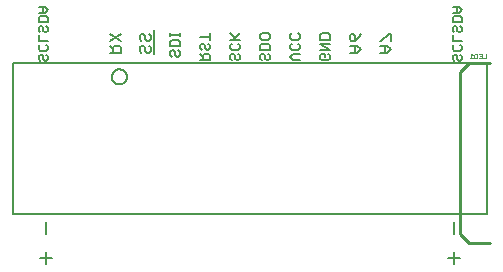
<source format=gbr>
G04 EAGLE Gerber RS-274X export*
G75*
%MOMM*%
%FSLAX34Y34*%
%LPD*%
%INSilkscreen Bottom*%
%IPPOS*%
%AMOC8*
5,1,8,0,0,1.08239X$1,22.5*%
G01*
%ADD10C,0.152400*%
%ADD11C,0.254000*%
%ADD12C,0.127000*%
%ADD13C,0.203200*%
%ADD14C,0.025400*%


D10*
X245244Y180541D02*
X239990Y180541D01*
X237363Y183168D01*
X239990Y185795D01*
X245244Y185795D01*
X245244Y193135D02*
X243930Y194449D01*
X245244Y193135D02*
X245244Y190508D01*
X243930Y189195D01*
X238676Y189195D01*
X237363Y190508D01*
X237363Y193135D01*
X238676Y194449D01*
X245244Y201789D02*
X243930Y203102D01*
X245244Y201789D02*
X245244Y199162D01*
X243930Y197848D01*
X238676Y197848D01*
X237363Y199162D01*
X237363Y201789D01*
X238676Y203102D01*
X269330Y185795D02*
X270644Y184482D01*
X270644Y181855D01*
X269330Y180541D01*
X264076Y180541D01*
X262763Y181855D01*
X262763Y184482D01*
X264076Y185795D01*
X266703Y185795D01*
X266703Y183168D01*
X262763Y189195D02*
X270644Y189195D01*
X262763Y194449D01*
X270644Y194449D01*
X270644Y197848D02*
X262763Y197848D01*
X262763Y201789D01*
X264076Y203102D01*
X269330Y203102D01*
X270644Y201789D01*
X270644Y197848D01*
X93543Y186622D02*
X84265Y186622D01*
X93543Y186622D02*
X93543Y191262D01*
X91997Y192808D01*
X88904Y192808D01*
X87357Y191262D01*
X87357Y186622D01*
X87357Y189715D02*
X84265Y192808D01*
X84265Y202748D02*
X93543Y196562D01*
X93543Y202748D02*
X84265Y196562D01*
X121984Y205740D02*
X121984Y185860D01*
X118943Y191262D02*
X117397Y192808D01*
X118943Y191262D02*
X118943Y188169D01*
X117397Y186622D01*
X115850Y186622D01*
X114304Y188169D01*
X114304Y191262D01*
X112757Y192808D01*
X111211Y192808D01*
X109665Y191262D01*
X109665Y188169D01*
X111211Y186622D01*
X118943Y201202D02*
X117397Y202748D01*
X118943Y201202D02*
X118943Y198109D01*
X117397Y196562D01*
X115850Y196562D01*
X114304Y198109D01*
X114304Y201202D01*
X112757Y202748D01*
X111211Y202748D01*
X109665Y201202D01*
X109665Y198109D01*
X111211Y196562D01*
X142330Y188680D02*
X143644Y187366D01*
X143644Y184739D01*
X142330Y183426D01*
X141017Y183426D01*
X139703Y184739D01*
X139703Y187366D01*
X138390Y188680D01*
X137076Y188680D01*
X135763Y187366D01*
X135763Y184739D01*
X137076Y183426D01*
X135763Y192079D02*
X143644Y192079D01*
X135763Y192079D02*
X135763Y196020D01*
X137076Y197333D01*
X142330Y197333D01*
X143644Y196020D01*
X143644Y192079D01*
X135763Y200733D02*
X135763Y203360D01*
X135763Y202046D02*
X143644Y202046D01*
X143644Y200733D02*
X143644Y203360D01*
X193130Y185795D02*
X194444Y184482D01*
X194444Y181855D01*
X193130Y180541D01*
X191817Y180541D01*
X190503Y181855D01*
X190503Y184482D01*
X189190Y185795D01*
X187876Y185795D01*
X186563Y184482D01*
X186563Y181855D01*
X187876Y180541D01*
X194444Y193135D02*
X193130Y194449D01*
X194444Y193135D02*
X194444Y190508D01*
X193130Y189195D01*
X187876Y189195D01*
X186563Y190508D01*
X186563Y193135D01*
X187876Y194449D01*
X186563Y197848D02*
X194444Y197848D01*
X189190Y197848D02*
X194444Y203102D01*
X190503Y199162D02*
X186563Y203102D01*
X287465Y186622D02*
X293650Y186622D01*
X296743Y189715D01*
X293650Y192808D01*
X287465Y192808D01*
X292104Y192808D02*
X292104Y186622D01*
X295197Y199655D02*
X296743Y202748D01*
X295197Y199655D02*
X292104Y196562D01*
X289011Y196562D01*
X287465Y198109D01*
X287465Y201202D01*
X289011Y202748D01*
X290557Y202748D01*
X292104Y201202D01*
X292104Y196562D01*
X219844Y184482D02*
X218530Y185795D01*
X219844Y184482D02*
X219844Y181855D01*
X218530Y180541D01*
X217217Y180541D01*
X215903Y181855D01*
X215903Y184482D01*
X214590Y185795D01*
X213276Y185795D01*
X211963Y184482D01*
X211963Y181855D01*
X213276Y180541D01*
X211963Y189195D02*
X219844Y189195D01*
X211963Y189195D02*
X211963Y193135D01*
X213276Y194449D01*
X218530Y194449D01*
X219844Y193135D01*
X219844Y189195D01*
X219844Y199162D02*
X219844Y201789D01*
X219844Y199162D02*
X218530Y197848D01*
X213276Y197848D01*
X211963Y199162D01*
X211963Y201789D01*
X213276Y203102D01*
X218530Y203102D01*
X219844Y201789D01*
X312865Y186622D02*
X319050Y186622D01*
X322143Y189715D01*
X319050Y192808D01*
X312865Y192808D01*
X317504Y192808D02*
X317504Y186622D01*
X322143Y196562D02*
X322143Y202748D01*
X320597Y202748D01*
X314411Y196562D01*
X312865Y196562D01*
X169044Y180541D02*
X161163Y180541D01*
X169044Y180541D02*
X169044Y184482D01*
X167730Y185795D01*
X165103Y185795D01*
X163790Y184482D01*
X163790Y180541D01*
X163790Y183168D02*
X161163Y185795D01*
X169044Y193135D02*
X167730Y194449D01*
X169044Y193135D02*
X169044Y190508D01*
X167730Y189195D01*
X166417Y189195D01*
X165103Y190508D01*
X165103Y193135D01*
X163790Y194449D01*
X162476Y194449D01*
X161163Y193135D01*
X161163Y190508D01*
X162476Y189195D01*
X161163Y200475D02*
X169044Y200475D01*
X169044Y197848D02*
X169044Y203102D01*
D11*
X388620Y25400D02*
X406400Y25400D01*
X388620Y25400D02*
X381000Y33020D01*
X381000Y170180D01*
X388620Y177800D01*
X406400Y177800D01*
D12*
X382277Y208070D02*
X381005Y209341D01*
X382277Y208070D02*
X382277Y205527D01*
X381005Y204256D01*
X379734Y204256D01*
X378463Y205527D01*
X378463Y208070D01*
X377192Y209341D01*
X375921Y209341D01*
X374650Y208070D01*
X374650Y205527D01*
X375921Y204256D01*
X374650Y212442D02*
X382277Y212442D01*
X374650Y212442D02*
X374650Y216255D01*
X375921Y217526D01*
X381005Y217526D01*
X382277Y216255D01*
X382277Y212442D01*
X379734Y220628D02*
X374650Y220628D01*
X379734Y220628D02*
X382277Y223170D01*
X379734Y225712D01*
X374650Y225712D01*
X378463Y225712D02*
X378463Y220628D01*
X381005Y185211D02*
X382277Y183940D01*
X382277Y181397D01*
X381005Y180126D01*
X379734Y180126D01*
X378463Y181397D01*
X378463Y183940D01*
X377192Y185211D01*
X375921Y185211D01*
X374650Y183940D01*
X374650Y181397D01*
X375921Y180126D01*
X382277Y192125D02*
X381005Y193396D01*
X382277Y192125D02*
X382277Y189583D01*
X381005Y188312D01*
X375921Y188312D01*
X374650Y189583D01*
X374650Y192125D01*
X375921Y193396D01*
X374650Y196498D02*
X382277Y196498D01*
X374650Y196498D02*
X374650Y201582D01*
D13*
X375920Y43180D02*
X375920Y33020D01*
X375920Y17780D02*
X375920Y7620D01*
X370840Y12700D02*
X381000Y12700D01*
X30480Y33020D02*
X30480Y43180D01*
X30480Y17780D02*
X30480Y7620D01*
X35560Y12700D02*
X25400Y12700D01*
D12*
X31757Y208070D02*
X30485Y209341D01*
X31757Y208070D02*
X31757Y205527D01*
X30485Y204256D01*
X29214Y204256D01*
X27943Y205527D01*
X27943Y208070D01*
X26672Y209341D01*
X25401Y209341D01*
X24130Y208070D01*
X24130Y205527D01*
X25401Y204256D01*
X24130Y212442D02*
X31757Y212442D01*
X24130Y212442D02*
X24130Y216255D01*
X25401Y217526D01*
X30485Y217526D01*
X31757Y216255D01*
X31757Y212442D01*
X29214Y220628D02*
X24130Y220628D01*
X29214Y220628D02*
X31757Y223170D01*
X29214Y225712D01*
X24130Y225712D01*
X27943Y225712D02*
X27943Y220628D01*
X30485Y185211D02*
X31757Y183940D01*
X31757Y181397D01*
X30485Y180126D01*
X29214Y180126D01*
X27943Y181397D01*
X27943Y183940D01*
X26672Y185211D01*
X25401Y185211D01*
X24130Y183940D01*
X24130Y181397D01*
X25401Y180126D01*
X31757Y192125D02*
X30485Y193396D01*
X31757Y192125D02*
X31757Y189583D01*
X30485Y188312D01*
X25401Y188312D01*
X24130Y189583D01*
X24130Y192125D01*
X25401Y193396D01*
X24130Y196498D02*
X31757Y196498D01*
X24130Y196498D02*
X24130Y201582D01*
X404100Y178300D02*
X404100Y50300D01*
X404100Y178300D02*
X2300Y178300D01*
X2300Y50300D02*
X404100Y50300D01*
X2300Y50300D02*
X2300Y178300D01*
X86200Y166450D02*
X86202Y166609D01*
X86208Y166768D01*
X86218Y166926D01*
X86232Y167085D01*
X86250Y167243D01*
X86271Y167400D01*
X86297Y167557D01*
X86327Y167713D01*
X86360Y167869D01*
X86398Y168023D01*
X86439Y168177D01*
X86484Y168329D01*
X86533Y168480D01*
X86586Y168630D01*
X86642Y168779D01*
X86703Y168926D01*
X86766Y169071D01*
X86834Y169215D01*
X86905Y169358D01*
X86979Y169498D01*
X87057Y169636D01*
X87139Y169773D01*
X87224Y169907D01*
X87312Y170040D01*
X87403Y170170D01*
X87498Y170297D01*
X87596Y170422D01*
X87697Y170545D01*
X87801Y170665D01*
X87908Y170783D01*
X88018Y170898D01*
X88131Y171010D01*
X88246Y171119D01*
X88364Y171225D01*
X88485Y171329D01*
X88609Y171429D01*
X88734Y171526D01*
X88863Y171620D01*
X88993Y171710D01*
X89126Y171798D01*
X89261Y171882D01*
X89398Y171962D01*
X89537Y172040D01*
X89678Y172113D01*
X89820Y172183D01*
X89965Y172250D01*
X90111Y172313D01*
X90258Y172372D01*
X90407Y172428D01*
X90558Y172479D01*
X90709Y172527D01*
X90862Y172571D01*
X91016Y172612D01*
X91170Y172648D01*
X91326Y172681D01*
X91482Y172710D01*
X91639Y172734D01*
X91797Y172755D01*
X91955Y172772D01*
X92113Y172785D01*
X92272Y172794D01*
X92431Y172799D01*
X92590Y172800D01*
X92749Y172797D01*
X92907Y172790D01*
X93066Y172779D01*
X93224Y172764D01*
X93382Y172745D01*
X93539Y172722D01*
X93696Y172696D01*
X93852Y172665D01*
X94007Y172631D01*
X94161Y172592D01*
X94315Y172550D01*
X94467Y172504D01*
X94618Y172454D01*
X94767Y172400D01*
X94916Y172343D01*
X95062Y172282D01*
X95208Y172217D01*
X95351Y172149D01*
X95493Y172077D01*
X95633Y172001D01*
X95771Y171923D01*
X95907Y171840D01*
X96041Y171755D01*
X96172Y171666D01*
X96302Y171573D01*
X96429Y171478D01*
X96553Y171379D01*
X96676Y171277D01*
X96795Y171173D01*
X96912Y171065D01*
X97026Y170954D01*
X97137Y170841D01*
X97246Y170725D01*
X97351Y170606D01*
X97454Y170484D01*
X97553Y170360D01*
X97650Y170234D01*
X97743Y170105D01*
X97833Y169974D01*
X97919Y169840D01*
X98002Y169705D01*
X98082Y169567D01*
X98158Y169428D01*
X98231Y169287D01*
X98300Y169144D01*
X98366Y168999D01*
X98428Y168852D01*
X98486Y168705D01*
X98541Y168555D01*
X98592Y168405D01*
X98639Y168253D01*
X98682Y168100D01*
X98721Y167946D01*
X98757Y167791D01*
X98788Y167635D01*
X98816Y167479D01*
X98840Y167322D01*
X98860Y167164D01*
X98876Y167006D01*
X98888Y166847D01*
X98896Y166688D01*
X98900Y166529D01*
X98900Y166371D01*
X98896Y166212D01*
X98888Y166053D01*
X98876Y165894D01*
X98860Y165736D01*
X98840Y165578D01*
X98816Y165421D01*
X98788Y165265D01*
X98757Y165109D01*
X98721Y164954D01*
X98682Y164800D01*
X98639Y164647D01*
X98592Y164495D01*
X98541Y164345D01*
X98486Y164195D01*
X98428Y164048D01*
X98366Y163901D01*
X98300Y163756D01*
X98231Y163613D01*
X98158Y163472D01*
X98082Y163333D01*
X98002Y163195D01*
X97919Y163060D01*
X97833Y162926D01*
X97743Y162795D01*
X97650Y162666D01*
X97553Y162540D01*
X97454Y162416D01*
X97351Y162294D01*
X97246Y162175D01*
X97137Y162059D01*
X97026Y161946D01*
X96912Y161835D01*
X96795Y161727D01*
X96676Y161623D01*
X96553Y161521D01*
X96429Y161422D01*
X96302Y161327D01*
X96172Y161234D01*
X96041Y161145D01*
X95907Y161060D01*
X95771Y160977D01*
X95633Y160899D01*
X95493Y160823D01*
X95351Y160751D01*
X95208Y160683D01*
X95062Y160618D01*
X94916Y160557D01*
X94767Y160500D01*
X94618Y160446D01*
X94467Y160396D01*
X94315Y160350D01*
X94161Y160308D01*
X94007Y160269D01*
X93852Y160235D01*
X93696Y160204D01*
X93539Y160178D01*
X93382Y160155D01*
X93224Y160136D01*
X93066Y160121D01*
X92907Y160110D01*
X92749Y160103D01*
X92590Y160100D01*
X92431Y160101D01*
X92272Y160106D01*
X92113Y160115D01*
X91955Y160128D01*
X91797Y160145D01*
X91639Y160166D01*
X91482Y160190D01*
X91326Y160219D01*
X91170Y160252D01*
X91016Y160288D01*
X90862Y160329D01*
X90709Y160373D01*
X90558Y160421D01*
X90407Y160472D01*
X90258Y160528D01*
X90111Y160587D01*
X89965Y160650D01*
X89820Y160717D01*
X89678Y160787D01*
X89537Y160860D01*
X89398Y160938D01*
X89261Y161018D01*
X89126Y161102D01*
X88993Y161190D01*
X88863Y161280D01*
X88734Y161374D01*
X88609Y161471D01*
X88485Y161571D01*
X88364Y161675D01*
X88246Y161781D01*
X88131Y161890D01*
X88018Y162002D01*
X87908Y162117D01*
X87801Y162235D01*
X87697Y162355D01*
X87596Y162478D01*
X87498Y162603D01*
X87403Y162730D01*
X87312Y162860D01*
X87224Y162993D01*
X87139Y163127D01*
X87057Y163264D01*
X86979Y163402D01*
X86905Y163542D01*
X86834Y163685D01*
X86766Y163829D01*
X86703Y163974D01*
X86642Y164121D01*
X86586Y164270D01*
X86533Y164420D01*
X86484Y164571D01*
X86439Y164723D01*
X86398Y164877D01*
X86360Y165031D01*
X86327Y165187D01*
X86297Y165343D01*
X86271Y165500D01*
X86250Y165657D01*
X86232Y165815D01*
X86218Y165974D01*
X86208Y166132D01*
X86202Y166291D01*
X86200Y166450D01*
D14*
X403073Y181887D02*
X403073Y185700D01*
X403073Y181887D02*
X400531Y181887D01*
X399331Y185700D02*
X396789Y185700D01*
X399331Y185700D02*
X399331Y181887D01*
X396789Y181887D01*
X398060Y183794D02*
X399331Y183794D01*
X395589Y185700D02*
X395589Y181887D01*
X393682Y181887D01*
X393047Y182523D01*
X393047Y185065D01*
X393682Y185700D01*
X395589Y185700D01*
X391847Y184429D02*
X390576Y185700D01*
X390576Y181887D01*
X391847Y181887D02*
X389305Y181887D01*
M02*

</source>
